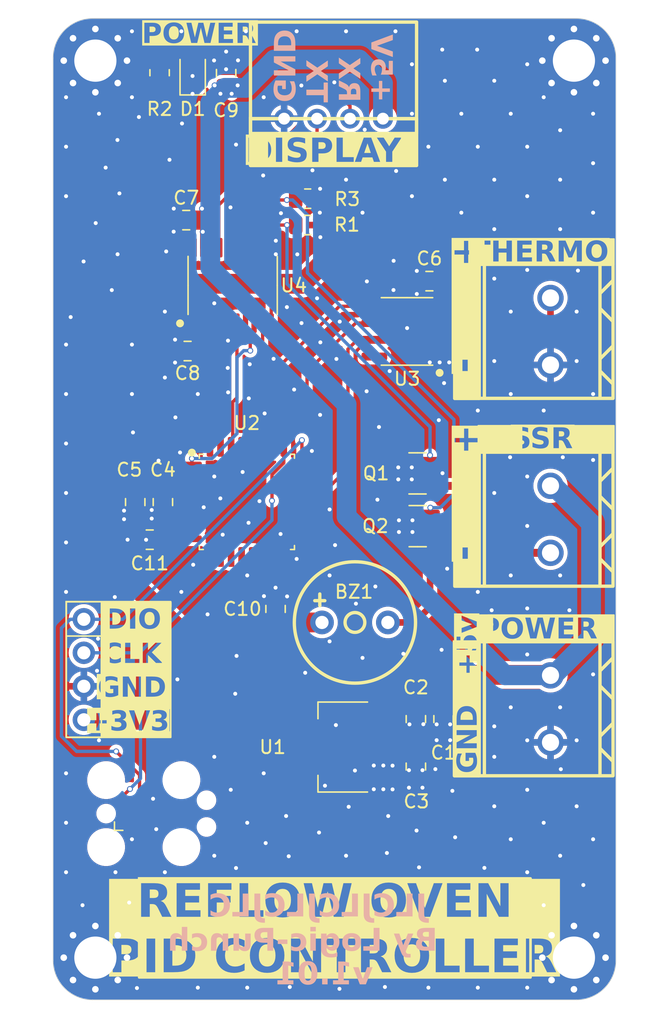
<source format=kicad_pcb>
(kicad_pcb (version 20240108) (generator "pcbnew") (generator_version "8.0")
  (title_block (title "Reflow Oven PID Controller") (date "2024-06-20") (rev "v1.00") (company "By Logic-Punch"))
  (layers (0 "F.Cu" signal) (1 "In1.Cu" signal) (2 "In2.Cu" signal) (31 "B.Cu" signal) (34 "B.Paste" user) (35 "F.Paste" user) (36 "B.SilkS" user "B.Silkscreen") (37 "F.SilkS" user "F.Silkscreen") (38 "B.Mask" user) (39 "F.Mask" user) (44 "Edge.Cuts" user))
  (net 0 "")
  (net 1 "+5V")
  (net 2 "GND")
  (net 13 "SPI1_SCK")
  (net 14 "SPI1_MISO")
  (net 25 "+3.3V")
  (net 26 "SW CLK")
  (net 28 "SW DIO")
  (net 32 "/T+")
  (net 36 "USART1_RX_3v3")
  (net 37 "USART1_TX_3v3")
  (net 38 "USART1_TX_5v")
  (net 39 "USART1_RX_5v")
  (net 42 "Net-(J6-Pin_1)")
  (net 45 "PWM_5v")
  (net 46 "Net-(D1-A)")
  (net 47 "unconnected-(U4-B4-Pad16)")
  (net 48 "unconnected-(U4-A4-Pad5)")
  (net 49 "PWM_3v3")
  (net 50 "Net-(BZ1--)")
  (net 51 "BUZ_5v")
  (net 52 "BUZ_3v3")
  (net 53 "SPI1_CS")
  (net 54 "Net-(U2-NRST)")
  (footprint "MountingHole:MountingHole_3.2mm_M3_Pad_Via" (layer "F.Cu") (at 127.175 136.685)
    (property "Reference" "H2" (hide yes))
    (property "Value" "MountingHole_Pad")
  )
  (footprint "_custom:BUZ-TH_BD9.0-P5.00-D0.6-FD" (layer "F.Cu") (at 146.875 111.275)
    (property "Reference" "BZ1")
    (property "Value" "3kHz - 85dB")
  )
  (footprint "Package_SO:TSSOP-20_4.4x6.5mm_P0.65mm" (layer "F.Cu") (at 137.595 85.725 90)
    (property "Reference" "U4")
    (property "Value" "8 Channel - Bi-Directional")
  )
  (footprint "Resistor_SMD:R_0805_2012Metric" (layer "F.Cu") (at 143.29 79.15)
    (property "Reference" "R3")
    (property "Value" "47kΩ")
  )
  (footprint "Capacitor_SMD:C_0805_2012Metric" (layer "F.Cu") (at 153.6 118.6 -90)
    (property "Reference" "C1")
    (property "Value" "4.7uF")
  )
  (footprint "Connector:Tag-Connect_TC2050-IDC-FP_2x05_P1.27mm_Vertical" (layer "F.Cu") (at 131.8 125.765)
    (property "Reference" "J3" (hide yes))
    (property "Value" "~")
  )
  (footprint "Resistor_SMD:R_0805_2012Metric" (layer "F.Cu") (at 132.05 69.6 -90)
    (property "Reference" "R2")
    (property "Value" "470Ω")
  )
  (footprint "Capacitor_SMD:C_0805_2012Metric" (layer "F.Cu") (at 131.3 105 180)
    (property "Reference" "C11")
    (property "Value" "100nF")
  )
  (footprint "Capacitor_SMD:C_0805_2012Metric" (layer "F.Cu") (at 134.17432 90.7 180)
    (property "Reference" "C8")
    (property "Value" "100nF")
  )
  (footprint "Connector_PinHeader_2.54mm:PinHeader_1x04_P2.54mm_Vertical" (layer "F.Cu") (at 126.3 111.035)
    (property "Reference" "J4" (hide yes))
    (property "Value" "1x4P - 2.54mm")
  )
  (footprint "MountingHole:MountingHole_3.2mm_M3_Pad_Via" (layer "F.Cu") (at 163.495 136.685)
    (property "Reference" "H3" (hide yes))
    (property "Value" "MountingHole_Pad")
  )
  (footprint "Package_TO_SOT_SMD:SOT-223-3_TabPin2" (layer "F.Cu") (at 145.979322 120.719785 180)
    (property "Reference" "U1")
    (property "Value" "3.3v - 500mA")
  )
  (footprint "Capacitor_SMD:C_0805_2012Metric" (layer "F.Cu") (at 152.525 85.4 180)
    (property "Reference" "C6")
    (property "Value" "100nF")
  )
  (footprint "_custom:CONN-TH_2P-P5.00_WJ500V-5.08-2P" (layer "F.Cu") (at 161.9415 117.81775 90)
    (property "Reference" "J1" (hide yes))
    (property "Value" "1x2P - 5.08mm")
  )
  (footprint "Capacitor_SMD:C_0805_2012Metric" (layer "F.Cu") (at 140.85 110.25 90)
    (property "Reference" "C10")
    (property "Value" "100nF")
  )
  (footprint "Package_SO:SOIC-8_3.9x4.9mm_P1.27mm" (layer "F.Cu") (at 150.825 89.2125 180)
    (property "Reference" "U3")
    (property "Value" "1 Channel")
  )
  (footprint "Package_QFP:LQFP-32_7x7mm_P0.8mm" (layer "F.Cu") (at 138.675 102.135)
    (property "Reference" "U2")
    (property "Value" "32KB - ARM-M0")
  )
  (footprint "LED_SMD:LED_0805_2012Metric" (layer "F.Cu") (at 134.56 69.6 90)
    (property "Reference" "D1")
    (property "Value" "LED")
  )
  (footprint "Capacitor_SMD:C_0805_2012Metric" (layer "F.Cu") (at 151.5 122.2 -90)
    (property "Reference" "C3")
    (property "Value" "4.7uF")
  )
  (footprint "MountingHole:MountingHole_3.2mm_M3_Pad_Via" (layer "F.Cu") (at 163.495 68.685)
    (property "Reference" "H4" (hide yes))
    (property "Value" "MountingHole_Pad")
  )
  (footprint "MountingHole:MountingHole_3.2mm_M3_Pad_Via" (layer "F.Cu") (at 127.175 68.685)
    (property "Reference" "H1" (hide yes))
    (property "Value" "MountingHole_Pad")
  )
  (footprint "_custom:CONN-TH_2P-P5.00_WJ500V-5.08-2P" (layer "F.Cu") (at 161.9415 103.446881 90)
    (property "Reference" "J6" (hide yes))
    (property "Value" "1x2P - 5.08mm")
  )
  (footprint "Capacitor_SMD:C_0805_2012Metric" (layer "F.Cu") (at 132.3 102.15 -90)
    (property "Reference" "C4")
    (property "Value" "100nF")
  )
  (footprint "Resistor_SMD:R_0805_2012Metric" (layer "F.Cu") (at 143.29 81.15)
    (property "Reference" "R1")
    (property "Value" "47kΩ")
  )
  (footprint "Capacitor_SMD:C_0805_2012Metric" (layer "F.Cu") (at 134.070302 80.775 180)
    (property "Reference" "C7")
    (property "Value" "100nF")
  )
  (footprint "Package_TO_SOT_SMD:SOT-23" (layer "F.Cu") (at 151.6375 103.975 180)
    (property "Reference" "Q2")
    (property "Value" "60V - 300mA")
  )
  (footprint "_custom:CONN-TH_4P-P2.50_ZX-XH2.54-4PWZ" (layer "F.Cu") (at 145.25 73.0835 180)
    (property "Reference" "J5" (hide yes))
    (property "Value" "1x4P - Right-Angle")
  )
  (footprint "Capacitor_SMD:C_0805_2012Metric" (layer "F.Cu") (at 137.1 69.62 90)
    (property "Reference" "C9")
    (property "Value" "4.7uF")
  )
  (footprint "Capacitor_SMD:C_0805_2012Metric" (layer "F.Cu") (at 130.2 102.15 -90)
    (property "Reference" "C5")
    (property "Value" "4.7uF")
  )
  (footprint "Package_TO_SOT_SMD:SOT-23" (layer "F.Cu") (at 151.625 99.975 180)
    (property "Reference" "Q1")
    (property "Value" "60V - 300mA")
  )
  (footprint "_custom:CONN-TH_2P-P5.00_WJ500V-5.08-2P" (layer "F.Cu") (at 161.9415 89.2075 90)
    (property "Reference" "J2" (hide yes))
    (property "Value" "1x2P - 5.08mm")
  )
  (footprint "Capacitor_SMD:C_0805_2012Metric" (layer "F.Cu") (at 151.5 118.6 -90)
    (property "Reference" "C2")
    (property "Value" "100nF")
  )
  (gr_circle (center 134.5 98.4) (end 134.75 98.4) (stroke (width 0.1)) (fill solid) (layer "F.SilkS"))
  (gr_rect (start 154.586704 106.687125) (end 156.304 108.500881) (stroke (width 0.1)) (fill solid) (layer "F.SilkS"))
  (gr_rect (start 132.275216 109.760765) (end 132.869638 115.323265) (stroke (width 0.1)) (fill solid) (layer "F.SilkS"))
  (gr_rect (start 127.7 117.0375) (end 132.794422 117.8) (stroke (width 0.1)) (fill solid) (layer "F.SilkS"))
  (gr_rect (start 154.421262 112.752708) (end 156.273452 122.9044) (stroke (width 0.25)) (fill none) (layer "F.SilkS"))
  (gr_rect (start 127.6746 115.2746) (end 127.9 117) (stroke (width 0.1)) (fill solid) (layer "F.SilkS"))
  (gr_rect (start 154.492683 84.203381) (end 156.209979 85.967137) (stroke (width 0.1)) (fill solid) (layer "F.SilkS"))
  (gr_rect (start 166.156053 82.199814) (end 166.543349 84.118927) (stroke (width 0.1)) (fill solid) (layer "F.SilkS"))
  (gr_rect (start 154.491352 112.8) (end 156.208648 113.2254) (stroke (width 0.1)) (fill solid) (layer "F.SilkS"))
  (gr_rect (start 154.5 98.436244) (end 156.217296 100.2) (stroke (width 0.1)) (fill solid) (layer "F.SilkS"))
  (gr_rect (start 156.225425 82.199786) (end 156.662721 84.122146) (stroke (width 0.1)) (fill solid) (layer "F.SilkS"))
  (gr_rect (start 138.947 73.0835) (end 151.553 76.635) (stroke (width 0.255)) (fill none) (layer "F.SilkS"))
  (gr_rect (start 139.06015 74.245763) (end 140.23515 76.520763) (stroke (width 0.1)) (fill solid) (layer "F.SilkS"))
  (gr_rect (start 127.752789 114.5) (end 132.847211 115.2254) (stroke (width 0.1)) (fill solid) (layer "F.SilkS"))
  (gr_rect (start 156.224816 110.711212) (end 157.312112 112.732638) (stroke (width 0.1)) (fill solid) (layer "F.SilkS"))
  (gr_rect (start 163.524204 96.354551) (end 166.5415 98.418307) (stroke (width 0.1)) (fill solid) (layer "F.SilkS"))
  (gr_rect (start 127.817277 109.773274) (end 132.911699 110.098674) (stroke (width 0.1)) (fill solid) (layer "F.SilkS"))
  (gr_rect (start 156.22902 96.352401) (end 159.531316 98.419519) (stroke (width 0.1)) (fill solid) (layer "F.SilkS"))
  (gr_rect (start 165.375 110.71) (end 166.537296 112.706426) (stroke (width 0.1)) (fill solid) (layer "F.SilkS"))
  (gr_rect (start 154.45 98.377003) (end 156.30219 108.528695) (stroke (width 0.25)) (fill none) (layer "F.SilkS"))
  (gr_rect (start 154.442683 84.14414) (end 156.294873 94.295832) (stroke (width 0.25)) (fill none) (layer "F.SilkS"))
  (gr_rect (start 138.947 73.0835) (end 151.553 74.21) (stroke (width 0.255)) (fill none) (layer "F.SilkS"))
  (gr_rect (start 150.417965 74.23923) (end 151.592965 76.51423) (stroke (width 0.1)) (fill solid) (layer "F.SilkS"))
  (gr_rect (start 154.579387 92.454262) (end 156.296683 94.268018) (stroke (width 0.1)) (fill solid) (layer "F.SilkS"))
  (gr_rect (start 127.752789 111.9) (end 132.847211 112.6254) (stroke (width 0.1)) (fill solid) (layer "F.SilkS"))
  (gr_rect (start 124.960671 109.702926) (end 132.89133 119.980409) (stroke (width 0.13)) (fill none) (layer "F.SilkS"))
  (gr_rect (start 156.962915 110.709212) (end 165.4725 112.73775) (stroke (width 0.1)) (fill none) (layer "F.SilkS"))
  (gr_rect (start 127.625 109.7375) (end 128.219422 115.3) (stroke (width 0.1)) (fill solid) (layer "F.SilkS"))
  (gr_rect (start 132.652789 115.3) (end 132.878189 117.0254) (stroke (width 0.1)) (fill solid) (layer "F.SilkS"))
  (gr_circle (center 133.6 88.6) (end 133.85 88.6) (stroke (width 0.1)) (fill solid) (layer "F.SilkS"))
  (gr_rect (start 127.7 119.5746) (end 132.794422 119.9) (stroke (width 0.1)) (fill solid) (layer "F.SilkS"))
  (gr_rect (start 130.5 130.68) (end 160.2 138.18) (stroke (width 0.2)) (fill none) (layer "F.SilkS"))
  (gr_circle (center 153.3 92.35) (end 153.55 92.35) (stroke (width 0.1)) (fill solid) (layer "F.SilkS"))
  (gr_arc (start 166.685 136.885) (mid 165.80632 139.00632) (end 163.685 139.885) (stroke (width 0.05)) (layer "Edge.Cuts"))
  (gr_line (start 166.685 68.485) (end 166.685 136.885) (stroke (width 0.05)) (layer "Edge.Cuts"))
  (gr_line (start 163.685 139.885) (end 126.965 139.885) (stroke (width 0.05)) (layer "Edge.Cuts"))
  (gr_line (start 123.965 136.885) (end 123.965 68.485) (stroke (width 0.05)) (layer "Edge.Cuts"))
  (gr_arc (start 123.965 68.485) (mid 124.84368 66.36368) (end 126.965 65.485) (stroke (width 0.05)) (layer "Edge.Cuts"))
  (gr_arc (start 163.685 65.485) (mid 165.80632 66.36368) (end 166.685 68.485) (stroke (width 0.05)) (layer "Edge.Cuts"))
  (gr_arc (start 126.965 139.885) (mid 124.84368 139.00632) (end 123.965 136.885) (stroke (width 0.05)) (layer "Edge.Cuts"))
  (gr_line (start 126.965 65.485) (end 163.685 65.485) (stroke (width 0.05)) (layer "Edge.Cuts"))
  (gr_text "v1.01" (at 148.25 139 0) (layer "B.SilkS") (effects (font (size 1.7 1.7) (thickness 0.2) (bold yes)) (justify left bottom mirror)))
  (gr_text "JLCJLCJLCJLC" (at 152.35 133.85 0) (layer "B.SilkS") (effects (font (size 1.7 1.7) (thickness 0.2) (bold yes)) (justify left bottom mirror)))
  (gr_text "By Logic-Punch" (at 153.15 136.45 0) (layer "B.SilkS") (effects (font (size 1.7 1.7) (thickness 0.2) (bold yes)) (justify left bottom mirror)))
  (gr_text "TX" (at 142.915821 71.859033 270) (layer "B.SilkS") (effects (font (size 1.6 1.6) (thickness 0.32) (bold yes)) (justify left bottom mirror)))
  (gr_text "RX" (at 145.381642 71.859033 270) (layer "B.SilkS") (effects (font (size 1.6 1.6) (thickness 0.32) (bold yes)) (justify left bottom mirror)))
  (gr_text "+5V" (at 147.847463 71.859033 270) (layer "B.SilkS") (effects (font (size 1.6 1.6) (thickness 0.32) (bold yes)) (justify left bottom mirror)))
  (gr_text "GND" (at 140.45 71.859033 -90) (layer "B.SilkS") (effects (font (size 1.6 1.6) (thickness 0.32) (bold yes)) (justify left bottom mirror)))
  (gr_text "SSR" (at 163.415 98.325 0) (layer "F.SilkS" knockout) (effects (font (size 1.55 1.55) (thickness 0.24) (bold yes)) (justify right bottom)))
  (gr_text "REFLOW OVEN \nPID CONTROLLER" (at 145.2 138.215 0) (layer "F.SilkS" knockout) (effects (font (size 2.5 2.5) (thickness 0.3) (bold yes)) (justify bottom)))
  (gr_text "GND" (at 132.565527 117.159346 -0) (layer "F.SilkS" knockout) (effects (font (size 1.5 1.5) (thickness 0.24) (bold yes)) (justify right bottom)))
  (gr_text "POWER" (at 165.282847 112.75 0) (layer "F.SilkS" knockout) (effects (font (size 1.55 1.55) (thickness 0.24) (bold yes)) (justify right bottom)))
  (gr_text "CLK" (at 132.20649 114.6 -0) (layer "F.SilkS" knockout) (effects (font (size 1.5 1.5) (thickness 0.24) (bold yes)) (justify right bottom)))
  (gr_text "DIO" (at 132.181577 112 -0) (layer "F.SilkS" knockout) (effects (font (size 1.5 1.5) (thickness 0.24) (bold yes)) (justify right bottom)))
  (gr_text "-       +" (at 154.092683 92.367137 270) (layer "F.SilkS" knockout) (effects (font (size 2 2) (thickness 0.32) (bold yes)) (justify left bottom mirror)))
  (gr_text "DISPLAY" (at 150.385 76.665 0) (layer "F.SilkS" knockout) (effects (font (size 1.8 1.8) (thickness 0.24) (bold yes)) (justify right bottom)))
  (gr_text "POWER" (at 130.7 67.6 0) (layer "F.SilkS" knockout) (effects (font (size 1.5 1.5) (thickness 0.3) (bold yes)) (justify left bottom)))
  (gr_text "+3V3" (at 132.8 119.721653 -0) (layer "F.SilkS" knockout) (effects (font (size 1.5 1.5) (thickness 0.24) (bold yes)) (justify right bottom)))
  (gr_text "-       +" (at 154.1 106.6 270) (layer "F.SilkS" knockout) (effects (font (size 2 2) (thickness 0.32) (bold yes)) (justify left bottom mirror)))
  (gr_text "THERMO" (at 166.1415 84.1725 0) (layer "F.SilkS" knockout) (effects (font (size 1.55 1.55) (thickness 0.24) (bold yes)) (justify right bottom)))
  (gr_text "GND   +5v" (at 156.375 122.725 90) (layer "F.SilkS" knockout) (effects (font (size 1.5 1.5) (thickness 0.32) (bold yes)) (justify left bottom)))
  (segment (start 161.91375 115.25) (end 155.874107 115.25) (width 1.5) (layer "F.Cu") (net 1))
  (segment (start 161.9415 115.27775) (end 161.91375 115.25) (width 1.5) (layer "F.Cu") (net 1))
  (segment (start 153.379322 117.744785) (end 153.191822 117.932285) (width 0.5) (layer "F.Cu") (net 1))
  (segment (start 135.32 82.8625) (end 135.32 81.1125) (width 0.4) (layer "F.Cu") (net 1))
  (segment (start 149.616822 117.932285) (end 149.129322 118.419785) (width 0.5) (layer "F.Cu") (net 1))
  (segment (start 153.191822 117.932285) (end 149.616822 117.932285) (width 0.5) (layer "F.Cu") (net 1))
  (segment (start 155.874107 115.25) (end 153.632681 117.491426) (width 1.5) (layer "F.Cu") (net 1))
  (segment (start 153.632681 117.491426) (end 148.807276 117.491426) (width 1.5) (layer "F.Cu") (net 1))
  (via (at 135.266157 79.905515) (size 0.45) (drill 0.3) (layers "F.Cu" "B.Cu") (net 1))
  (via (at 137.517295 71.194705) (size 0.45) (drill 0.3) (layers "F.Cu" "B.Cu") (net 1))
  (via (at 137.972777 70.560964) (size 0.45) (drill 0.3) (layers "F.Cu" "B.Cu") (net 1))
  (via (at 135.326804 81.661501) (size 0.45) (drill 0.3) (layers "F.Cu" "B.Cu") (net 1))
  (via (at 136.667582 71.194705) (size 0.45) (drill 0.3) (layers "F.Cu" "B.Cu") (net 1))
  (via (at 136.224012 70.560964) (size 0.45) (drill 0.3) (layers "F.Cu" "B.Cu") (net 1))
  (segment (start 146.24 103.24) (end 158.27775 115.27775) (width 1.5) (layer "B.Cu") (net 1))
  (segment (start 135.9 84.4) (end 146.24 94.74) (width 1.5) (layer "B.Cu") (net 1))
  (segment (start 138.6 70.75) (end 137 70.75) (width 1.5) (layer "B.Cu") (net 1))
  (segment (start 137 70.75) (end 135.9 71.85) (width 1.5) (layer "B.Cu") (net 1))
  (segment (start 146.24 94.74) (end 146.24 103.24) (width 1.5) (layer "B.Cu") (net 1))
  (segment (start 158.27775 115.27775) (end 161.9415 115.27775) (width 1.5) (layer "B.Cu") (net 1))
  (segment (start 164.795 103.755) (end 164.789619 103.755) (width 1.5) (layer "B.Cu") (net 1))
  (segment (start 135.9 71.85) (end 135.9 84.4) (width 1.5) (layer "B.Cu") (net 1))
  (segment (start 140.75 68.6) (end 138.6 70.75) (width 1.5) (layer "B.Cu") (net 1))
  (segment (start 161.9415 115.27775) (end 164.795 112.42425) (width 1.5) (layer "B.Cu") (net 1))
  (segment (start 147.2 68.6) (end 140.75 68.6) (width 1.5) (layer "B.Cu") (net 1))
  (segment (start 149 70.4) (end 147.2 68.6) (width 1.5) (layer "B.Cu") (net 1))
  (segment (start 164.789619 103.755) (end 161.9515 100.916881) (width 1.5) (layer "B.Cu") (net 1))
  (segment (start 164.795 112.42425) (end 164.795 103.755) (width 1.5) (layer "B.Cu") (net 1))
  (segment (start 149 73.0835) (end 149 70.4) (width 1.5) (layer "B.Cu") (net 1))
  (segment (start 130.2 103.1) (end 132.3 103.1) (width 0.5) (layer "F.Cu") (net 2))
  (segment (start 131.8 125.13) (end 131.8 126.4) (width 0.6) (layer "F.Cu") (net 2))
  (segment (start 153.3 91.1175) (end 153.3 89.8475) (width 0.5) (layer "F.Cu") (net 2))
  (segment (start 153.3 89.8475) (end 153.425 89.7225) (width 0.5) (layer "F.Cu") (net 2))
  (segment (start 153.425 89.7225) (end 161.7165 89.7225) (width 0.5) (layer "F.Cu") (net 2))
  (segment (start 161.7165 89.7225) (end 161.7165 91.5225) (width 0.5) (layer "F.Cu") (net 2))
  (via (at 137.85 75.05) (size 0.45) (drill 0.3) (layers "F.Cu" "B.Cu") (net 2))
  (via (at 158.7 93.96) (size 0.45) (drill 0.3) (layers "F.Cu" "B.Cu") (net 2))
  (via (at 161.2 126.46) (size 0.45) (drill 0.3) (layers "F.Cu" "B.Cu") (net 2))
  (via (at 132.55 83.15) (size 0.45) (drill 0.3) (layers "F.Cu" "B.Cu") (net 2))
  (via (at 131.45 102.751357) (size 0.45) (drill 0.3) (layers "F.Cu" "B.Cu") (net 2))
  (via (at 137.25 93.83) (size 0.45) (drill 0.3) (layers "F.Cu" "B.Cu") (net 2))
  (via (at 144.95 112.71) (size 0.45) (drill 0.3) (layers "F.Cu" "B.Cu") (net 2))
  (via (at 163.15 110.35) (size 0.45) (drill 0.3) (layers "F.Cu" "B.Cu") (net 2))
  (via (at 124.95 97.71) (size 0.45) (drill 0.3) (layers "F.Cu" "B.Cu") (net 2))
  (via (at 158.7 127.71) (size 0.45) (drill 0.3) (layers "F.Cu" "B.Cu") (net 2))
  (via (at 136.2 100.21) (size 0.45) (drill 0.3) (layers "F.Cu" "B.Cu") (net 2))
  (via (at 148.304322 123.919785) (size 0.45) (drill 0.3) (layers "F.Cu" "B.Cu") (net 2))
  (via (at 159.95 103.96) (size 0.45) (drill 0.3) (layers "F.Cu" "B.Cu") (net 2))
  (via (at 132.45 130.21) (size 0.45) (drill 0.3) (layers "F.Cu" "B.Cu") (net 2))
  (via (at 153.5 67.85) (size 0.45) (drill 0.3) (layers "F.Cu" "B.Cu") (net 2))
  (via (at 162.5 122.4) (size 0.45) (drill 0.3) (layers "F.Cu" "B.Cu") (net 2))
  (via (at 124.95 90.21) (size 0.45) (drill 0.3) (layers "F.Cu" "B.Cu") (net 2))
  (via (at 124.95 78.96) (size 0.45) (drill 0.3) (layers "F.Cu" "B.Cu") (net 2))
  (via (at 159.95 123.96) (size 0.45) (drill 0.3) (layers "F.Cu" "B.Cu") (net 2))
  (via (at 138.8 103.72) (size 0.45) (drill 0.3) (layers "F.Cu" "B.Cu") (net 2))
  (via (at 124.95 75.21) (size 0.45) (drill 0.3) (layers "F.Cu" "B.Cu") (net 2))
  (via (at 124.95 101.46) (size 0.45) (drill 0.3) (layers "F.Cu" "B.Cu") (net 2))
  (via (at 144 86.7) (size 0.45) (drill 0.3) (layers "F.Cu" "B.Cu") (net 2))
  (via (at 158.7 117.71) (size 0.45) (drill 0.3) (layers "F.Cu" "B.Cu") (net 2))
  (via (at 151.24 103.53) (size 0.45) (drill 0.3) (layers "F.Cu" "B.Cu") (net 2))
  (via (at 130.33 138.99) (size 0.45) (drill 0.3) (layers "F.Cu" "B.Cu") (net 2))
  (via (at 144.25 90.04) (size 0.45) (drill 0.3) (layers "F.Cu" "B.Cu") (net 2))
  (via (at 154.95 80.21) (size 0.45) (drill 0.3) (layers "F.Cu" "B.Cu") (net 2))
  (via (at 129.95 93.96) (size 0.45) (drill 0.3) (layers "F.Cu" "B.Cu") (net 2))
  (via (at 138.35 99.87) (size 0.45) (drill 0.3) (layers "F.Cu" "B.Cu") (net 2))
  (via (at 144.25 82.07) (size 0.45) (drill 0.3) (layers "F.Cu" "B.Cu") (net 2))
  (via (at 159.95 84.55) (size 0.45) (drill 0.3) (layers "F.Cu" "B.Cu") (net 2))
  (via (at 151.2 78.96) (size 0.45) (drill 0.3) (layers "F.Cu" "B.Cu") (net 2))
  (via (at 140.87 83.3625) (size 0.45) (drill 0.3) (layers "F.Cu" "B.Cu") (net 2))
  (via (at 150.55 113.65) (size 0.45) (drill 0.3) (layers "F.Cu" "B.Cu") (net 2))
  (via (at 141.26 80.25) (size 0.45) (drill 0.3) (layers "F.Cu" "B.Cu") (net 2))
  (via (at 162.65 98.75) (size 0.45) (drill 0.3) (layers "F.Cu" "B.Cu") (net 2))
  (via (at 164.95 98.96) (size 0.45) (drill 0.3) (layers "F.Cu" "B.Cu") (net 2))
  (via (at 151.2 72.71) (size 0.45) (drill 0.3) (layers "F.Cu" "B.Cu") (net 2))
  (via (at 151.5694 86.372734) (size 0.45) (drill 0.3) (layers "F.Cu" "B.Cu") (net 2))
  (via (at 134.6 106.9) (size 0.45) (drill 0.3) (layers "F.Cu" "B.Cu") (net 2))
  (via (at 150.1625 99.52) (size 0.45) (drill 0.3) (layers "F.Cu" "B.Cu") (net 2))
  (via (at 164.95 80.21) (size 0.45) (drill 0.3) (layers "F.Cu" "B.Cu") (net 2))
  (via (at 153.45 113.35) (size 0.45) (drill 0.3) (layers "F.Cu" "B.Cu") (net 2))
  (via (at 139.95 71.46) (size 0.45) (drill 0.3) (layers "F.Cu" "B.Cu") (net 2))
  (via (at 145.47 91.3) (size 0.45) (drill 0.3) (layers "F.Cu" "B.Cu") (net 2))
  (via (at 140.849902 108.63717) (size 0.45) (drill 0.3) (layers "F.Cu" "B.Cu") (net 2))
  (via (at 133.12424 79.902758) (size 0.45) (drill 0.3) (layers "F.Cu" "B.Cu") (net 2))
  (via (at 146.4 125.25) (size 0.45) (drill 0.3) (layers "F.Cu" "B.Cu") (net 2))
  (via (at 145.7 139.05) (size 0.45) (drill 0.3) (layers "F.Cu" "B.Cu") (net 2))
  (via (at 148.7 96.46) (size 0.45) (drill 0.3) (layers "F.Cu" "B.Cu") (net 2))
  (via (at 153.24 95.94) (size 0.45) (drill 0.3) (layers "F.Cu" "B.Cu") (net 2))
  (via (at 162.45 117.71) (size 0.45) (drill 0.3) (layers "F.Cu" "B.Cu") (net 2))
  (via (at 149.81 83.86) (size 0.45) (drill 0.3) (layers "F.Cu" "B.Cu") (net 2))
  (via (at 157.45 121.46) (size 0.45) (drill 0.3) (layers "F.Cu" "B.Cu") (net 2))
  (via (at 146.875 122.5) (size 0.45) (drill 0.3) (layers "F.Cu" "B.Cu") (net 2))
  (via (at 142.82 88.58) (size 0.45) (drill 0.3) (layers "F.Cu" "B.Cu") (net 2))
  (via (at 157.45 81.46) (size 0.45) (drill 0.3) (layers "F.Cu" "B.Cu") (net 2))
  (via (at 163.7 91.46) (size 0.45) (drill 0.3) (layers "F.Cu" "B.Cu") (net 2))
  (via (at 136.2 87.08) (size 0.45) (drill 0.3) (layers "F.Cu" "B.Cu") (net 2))
  (via (at 137.1 68) (size 0.45) (drill 0.3) (layers "F.Cu" "B.Cu") (net 2))
  (via (at 131.45 103.4) (size 0.45) (drill 0.3) (layers "F.Cu" "B.Cu") (net 2))
  (via (at 144.6 123.65) (size 0.45) (drill 0.3) (layers "F.Cu" "B.Cu") (net 2))
  (via (at 139.63 102.08) (size 0.45) (drill 0.3) (layers "F.Cu" "B.Cu") (net 2))
  (via (at 164.95 93.96) (size 0.45) (drill 0.3) (layers "F.Cu" "B.Cu") (net 2))
  (via (at 144.95 102.71) (size 0.45) (drill 0.3) (layers "F.Cu" "B.Cu") (net 2))
  (via (at 150.215 103.53) (size 0.45) (drill 0.3) (layers "F.Cu" "B.Cu") (net 2))
  (via (at 158.7 107.71) (size 0.45) (drill 0.3) (layers "F.Cu" "B.Cu") (net 2))
  (via (at 139.97 109.28) (size 0.45) (drill 0.3) (layers "F.Cu" "B.Cu") (net 2))
  (via (at 164.95 72.71) (size 0.45) (drill 0.3) (layers "F.Cu" "B.Cu") (net 2))
  (via (at 141.71 87.37) (size 0.45) (drill 0.3) (layers "F.Cu" "B.Cu") (net 2))
  (via (at 149.51 92.22) (size 0.45) (drill 0.3) (layers "F.Cu" "B.Cu") (net 2))
  (via (at 137.43 79.81) (size 0.45) (drill 0.3) (layers "F.Cu" "B.Cu") (net 2))
  (via (at 129.351243 102.799488) (size 0.45) (drill 0.3) (layers "F.Cu" "B.Cu") (net 2))
  (via (at 128.42 86.08) (size 0.45) (drill 0.3) (layers "F.Cu" "B.Cu") (net 2))
  (via (at 128.860195 83.362103) (size 0.45) (drill 0.3) (layers "F.Cu" "B.Cu") (net 2))
  (via (at 129.618629 105) (size 0.45) (drill 0.3) (layers "F.Cu" "B.Cu") (net 2))
  (via (at 139.95 122.71) (size 0.45) (drill 0.3) (layers "F.Cu" "B.Cu") (net 2))
  (via (at 138.6 66.46) (size 0.45) (drill 0.3) (layers "F.Cu" "B.Cu") (net 2))
  (via (at 157.45 85.21) (size 0.45) (drill 0.3) (layers "F.Cu" "B.Cu") (net 2))
  (via (at 156.2 95.21) (size 0.45) (drill 0.3) (layers "F.Cu" "B.Cu") (net 2))
  (via (at 146.95 109.85) (size 0.45) (drill 0.3) (layers "F.Cu" "B.Cu") (net 2))
  (via (at 159.95 120.21) (size 0.45) (drill 0.3) (layers "F.Cu" "B.Cu") (net 2))
  (via (at 154.95 72.71) (size 0.45) (drill 0.3) (layers "F.Cu" "B.Cu") (net 2))
  (via (at 134.95 93.96) (size 0.45) (drill 0.3) (layers "F.Cu" "B.Cu") (net 2))
  (via (at 125.3 88.125) (size 0.45) (drill 0.3) (layers "F.Cu" "B.Cu") (net 2))
  (via (at 151.24 104.42) (size 0.45) (drill 0.3) (layers "F.Cu" "B.Cu") (net 2))
  (via (at 157.45 70.21) (size 0.45) (drill 0.3) (layers "F.Cu" "B.Cu") (net 2))
  (via (at 140.1 128) (size 0.45) (drill 0.3) (layers "F.Cu" "B.Cu") (net 2))
  (via (at 149.3 128.75) (size 0.45) (drill 0.3) (layers "F.Cu" "B.Cu") (net 2))
  (via (at 148.304322 122.119785) (size 0.45) (drill 0.3) (layers "F.Cu" "B.Cu") (net 2))
  (via (at 164.21 131.18) (size 0.45) (drill 0.3) (layers "F.Cu" "B.Cu") (net 2))
  (via (at 131.024768 105.008223) (size 0.45) (drill 0.3) (layers "F.Cu" "B.Cu") (net 2))
  (via (at 137.24 89.91) (size 0.45) (drill 0.3) (layers "F.Cu" "B.Cu") (net 2))
  (via (at 151.5694 84.62613) (size 0.45) (drill 0.3) (layers "F.Cu" "B.Cu") (net 2))
  (via (at 137.096029 69.337425) (size 0.45) (drill 0.3) (layers "F.Cu" "B.Cu") (net 2))
  (via (at 124.95 122.71) (size 0.45) (drill 0.3) (layers "F.Cu" "B.Cu") (net 2))
  (via (at 159.95 68.96) (size 0.45) (drill 0.3) (layers "F.Cu" "B.Cu") (net 2))
  (via (at 159.95 78.96) (size 0.45) (drill 0.3) (layers "F.Cu" "B.Cu") (net 2))
  (via (at 133.75 73.45) (size 0.45) (drill 0.3) (layers "F.Cu" "B.Cu") (net 2))
  (via (at 126.28 83.91) (size 0.45) (drill 0.3) (layers "F.Cu" "B.Cu") (net 2))
  (via (at 158.7 87.71) (size 0.45) (drill 0.3) (layers "F.Cu" "B.Cu") (net 2))
  (via (at 128.65 109.35) (size 0.45) (drill 0.3) (layers "F.Cu" "B.Cu") (net 2))
  (via (at 130.03 96.87) (size 0.45) (drill 0.3) (layers "F.Cu" "B.Cu") (net 2))
  (via (at 147.45 113.96) (size 0.45) (drill 0.3) (layers "F.Cu" "B.Cu") (net 2))
  (via (at 153.7 70.21) (size 0.45) (drill 0.3) (layers "F.Cu" "B.Cu") (net 2))
  (via (at 150.1625 100.43) (size 0.45) (drill 0.3) (layers "F.Cu" "B.Cu") (net 2))
  (via (at 142.5 83.37) (size 0.45) (drill 0.3) (layers "F.Cu" "B.Cu") (net 2))
  (via (at 124.95 105.21) (size 0.45) (drill 0.3) (layers "F.Cu" "B.Cu") (net 2))
  (via (at 140.02 95.43) (size 0.45) (drill 0.3) (layers "F.Cu" "B.Cu") (net 2))
  (via (at 127.954488 76.794603) (size 0.45) (drill 0.3) (layers "F.Cu" "B.Cu") (net 2))
  (via (at 147.616218 73.918548) (size 0.45) (drill 0.3) (layers "F.Cu" "B.Cu") (net 2))
  (via (at 133.11597 81.650474) (size 0.45) (drill 0.3) (layers "F.Cu" "B.Cu") (net 2))
  (via (at 133.222676 89.835474) (size 0.45) (drill 0.3) (layers "F.Cu" "B.Cu") (net 2))
  (via (at 137.85 129.89) (size 0.45) (drill 0.3) (layers "F.Cu" "B.Cu") (net 2))
  (via (at 163.7 120.21) (size 0.45) (drill 0.3) (layers "F.Cu" "B.Cu") (net 2))
  (via (at 148.425 108.55) (size 0.45) (drill 0.3) (layers "F.Cu" "B.Cu") (net 2))
  (via (at 138.000562 68.663137) (size 0.45) (drill 0.3) (layers "F.Cu" "B.Cu") (net 2))
  (via (at 142.45 106.46) (size 0.45) (drill 0.3) (layers "F.Cu" "B.Cu") (net 2))
  (via (at 134.95 138.96) (size 0.45) (drill 0.3) (layers "F.Cu" "B.Cu") (net 2))
  (via (at 133.7 108.96) (size 0.45) (drill 0.3) (layers "F.Cu" "B.Cu") (net 2))
  (via (at 162.45 128.96) (size 0.45) (drill 0.3) (layers "F.Cu" "B.Cu") (net 2))
  (via (at 147.78 85.42) (size 0.45) (drill 0.3) (layers "F.Cu" "B.Cu") (net 2))
  (via (at 129.95 66.46) (size 0.45) (drill 0.3) (layers "F.Cu" "B.Cu") (net 2))
  (via (at 152 123.8) (size 0.45) (drill 0.3) (layers "F.Cu" "B.Cu") (net 2))
  (via (at 157.45 101.46) (size 0.45) (drill 0.3) (layers "F.Cu" "B.Cu") (net 2))
  (via (at 150.215 104.42) (size 0.45) (drill 0.3) (layers "F.Cu" "B.Cu") (net 2))
  (via (at 129.95 90.21) (size 0.45) (drill 0.3) (layers "F.Cu" "B.Cu") (net 2))
  (via (at 145.72 88.47) (size 0.45) (drill 0.3) (layers "F.Cu" "B.Cu") (net 2))
  (via (at 141.85 129) (size 0.45) (drill 0.3) (layers "F.Cu" "B.Cu") (net 2))
  (via (at 151.74 129.84) (size 0.45) (drill 0.3) (layers "F.Cu" "B.Cu") (net 2))
  (via (at 129.95 71.46) (size 0.45) (drill 0.3) (layers "F.Cu" "B.Cu") (net 2))
  (via (at 154.27 124.04) (size 0.45) (drill 0.3) (layers "F.Cu" "B.Cu") (net 2))
  (via (at 146.2 66.46) (size 0.45) (drill 0.3) (layers "F.Cu" "B.Cu") (net 2))
  (via (at 146.2 77.71) (size 0.45) (drill 0.3) (layers "F.Cu" "B.Cu") (net 2))
  (via (at 136.2 121.46) (size 0.45) (drill 0.3) (layers "F.Cu" "B.Cu") (net 2))
  (via (at 157.25 110.35) (size 0.45) (drill 0.3) (layers "F.Cu" "B.Cu") (net 2))
  (via (at 131.97 99.01) (size 0.45) (drill 0.3) (layers "F.Cu" "B.Cu") (net 2))
  (via (at 154.1 120.2) (size 0.45) (drill 0.3) (layers "F.Cu" "B.Cu") (net 2))
  (via (at 124.95 93.96) (size 0.45) (drill 0.3) (layers "F.Cu" "B.Cu") (net 2))
  (via (at 144.23 78.4) (size 0.45) (drill 0.3) (layers "F.Cu" "B.Cu") (net 2))
  (via (at 139.91 77.39) (size 0.45) (drill 0.3) (layers "F.Cu" "B.Cu") (net 2))
  (via (at 149.029322 123.919785) (size 0.45) (drill 0.3) (layers "F.Cu" "B.Cu") (net 2))
  (via (at 143.1 115.09) (size 0.45) (drill 0.3) (layers "F.Cu" "B.Cu") (net 2))
  (via (at 124.95 71.46) (size 0.45) (drill 0.3) (layers "F.Cu" "B.Cu") (net 2))
  (via (at 129 78.75) (size 0.45) (drill 0.3) (layers "F.Cu" "B.Cu") (net 2))
  (via (at 132.45 92.71) (size 0.45) (drill 0.3) (layers "F.Cu" "B.Cu") (net 2))
  (via (at 163.8 84.6) (size 0.45) (drill 0.3) (layers "F.Cu" "B.Cu") (net 2))
  (via (at 163.7 87.71) (size 0.45) (drill 0.3) (layers "F.Cu" "B.Cu") (net 2))
  (via (at 124.95 130.21) (size 0.45) (drill 0.3) (layers "F.Cu" "B.Cu") (net 2))
  (via (at 151.1875 100.43) (size 0.45) (drill 0.3) (layers "F.Cu" "B.Cu") (net 2))
  (via (at 141.23 104.57) (size 0.45) (drill 0.3) (layers "F.Cu" "B.Cu") (net 2))
  (via (at 133.222676 91.573301) (size 0.45) (drill 0.3) (layers "F.Cu" "B.Cu") (net 2))
  (via (at 136.2 128.96) (size 0.45) (drill 0.3) (layers "F.Cu" "B.Cu") (net 2))
  (via (at 144.15 127.2) (size 0.45) (drill 0.3) (layers "F.Cu" "B.Cu") (net 2))
  (via (at 124.95 108.96) (size 0.45) (drill 0.3) (layers "F.Cu" "B.Cu") (net 2))
  (via (at 137.22 91.98) (size 0.45) (drill 0.3) (layers "F.Cu" "B.Cu") (net 2))
  (via (at 136.66 101.87) (size 0.45) (drill 0.3) (layers "F.Cu" "B.Cu") (net 2))
  (via (at 158.7 72.71) (size 0.45) (drill 0.3) (layers "F.Cu" "B.Cu") (net 2))
  (via (at 153.075 119) (size 0.45) (drill 0.3) (layers "F.Cu" "B.Cu") (net 2))
  (via (at 152.45 138.96) (size 0.45) (drill 0.3) (layers "F.Cu" "B.Cu") (net 2))
  (via (at 147.76 93.75) (size 0.45) (drill 0.3) (layers "F.Cu" "B.Cu") (net 2))
  (via (at 156.2 138.96) (size 0.45) (drill 0.3) (layers "F.Cu" "B.Cu") (net 2))
  (via (at 134.55 69.85) (size 0.45) (drill 0.3) (layers "F.Cu" "B.Cu") (net 2))
  (via (at 159.95 138.96) (size 0.45) (drill 0.3) (layers "F.Cu" "B.Cu") (net 2))
  (via (at 164.95 115.21) (size 0.45) (drill 0.3) (layers "F.Cu" "B.Cu") (net 2))
  (via (at 156.15 67.85) (size 0.45) (drill 0.3) (layers "F.Cu" "B.Cu") (net 2))
  (via (at 159.95 100.21) (size 0.45) (drill 0.3) (layers "F.Cu" "B.Cu") (net 2))
  (via (at 137.45 123.96) (size 0.45) (drill 0.3) (layers "F.Cu" "B.Cu") (net 2))
  (via (at 146.2 128.96) (size 0.45) (drill 0.3) (layers "F.Cu" "B.Cu") (net 2))
  (via (at 138.7 107.71) (size 0.45) (drill 0.3) (layers "F.Cu" "B.Cu") (net 2))
  (via (at 140.87 82.3375) (size 0.45) (drill 0.3) (layers "F.Cu" "B.Cu") (net 2))
  (via (at 152.554342 91.559844) (size 0.45) (drill 0.3) (layers "F.Cu" "B.Cu") (net 2))
  (via (at 137.89 113.81) (size 0.45) (drill 0.3) (layers "F.Cu" "B.Cu") (net 2))
  (via (at 135.396406 102.543162) (size 0.45) (drill 0.3) (layers "F.Cu" "B.Cu") (net 2))
  (via (at 153.875 107.2) (size 0.45) (drill 0.3) (layers "F.Cu" "B.Cu") (net 2))
  (via (at 127.45 120.21) (size 0.45) (drill 0.3) (layers "F.Cu" "B.Cu") (net 2))
  (via (at 132.45 87.71) (size 0.45) (drill 0.3) (layers "F.Cu" "B.Cu") (net 2))
  (via (at 144.21 80.21) (size 0.45) (drill 0.3) (layers "F.Cu" "B.Cu") (net 2))
  (via (at 145.366116 105.411203) (size 0.45) (drill 0.3) (layers "F.Cu" "B.Cu") (net 2))
  (via (at 151.55 127.05) (size 0.45) (drill 0.3) (layers "F.Cu" "B.Cu") (net 2))
  (via (at 127.38 112.51) (size 0.45) (drill 0.3) (layers "F.Cu" "B.Cu") (net 2))
  (via (at 135.69 110.66) (size 0.45) (drill 0.3) (layers "F.Cu" "B.Cu") (net 2))
  (via (at 131.552756 124.64173) (size 0.45) (drill 0.3) (layers "F.Cu" "B.Cu") (net 2))
  (via (at 159.95 110.21) (size 0.45) (drill 0.3) (layers "F.Cu" "B.Cu") (net 2))
  (via (at 149.4 125.95) (size 0.45) (drill 0.3) (layers "F.Cu" "B.Cu") (net 2))
  (via (at 152 122.475) (size 0.45) (drill 0.3) (layers "F.Cu" "B.Cu") (net 2))
  (via (at 148.580626 101.967456) (size 0.45) (drill 0.3) (layers "F.Cu" "B.Cu") (net 2))
  (via (at 127.2 81) (size 0.45) (drill 0.3) (layers "F.Cu" "B.Cu") (net 2))
  (via (at 152.979322 122.394785) (size 0.45) (drill 0.3) (layers "F.Cu" "B.Cu") (net 2))
  (via (at 126.2 132.71) (size 0.45) (drill 0.3) (layers "F.Cu" "B.Cu") (net 2))
  (via (at 133.4 115.59) (size 0.45) (drill 0.3) (layers "F.Cu" "B.Cu") (net 2))
  (via (at 137.79 116.68) (size 0.45) (drill 0.3) (layers "F.Cu" "B.Cu") (net 2))
  (via (at 134.55 71.2) (size 0.45) (drill 0.3) (layers "F.Cu" "B.Cu") (net 2))
  (via (at 153.64 93.13) (size 0.45) (drill 0.3) (layers "F.Cu" "B.Cu") (net 2))
  (via (at 153.7 77.71) (size 0.45) (drill 0.3) (layers "F.Cu" "B.Cu") (net 2))
  (via (at 156.2 108.96) (size 0.45) (drill 0.3) (layers "F.Cu" "B.Cu") (net 2))
  (via (at 151.1875 99.52) (size 0.45) (drill 0.3) (layers "F.Cu" "B.Cu") (net 2))
  (via (at 163.7 125.21) (size 0.45) (drill 0.3) (layers "F.Cu" "B.Cu") (net 2))
  (via (at 158.65 98.75) (size 0.45) (drill 0.3) (layers "F.Cu" "B.Cu") (net 2))
  (via (at 151.2 68.96) (size 0.45) (drill 0.3) (layers "F.Cu" "B.Cu") (net 2))
  (via (at 130.48 72.96) (size 0.45) (drill 0.3) (layers "F.Cu" "B.Cu") (net 2))
  (via (at 138.7 138.96) (size 0.45) (drill 0.3) (layers "F.Cu" "B.Cu") (net 2))
  (via (at 157.45 125.21) (size 0.45) (drill 0.3) (layers "F.Cu" "B.Cu") (net 2))
  (via (at 129.74 132.51) (size 0.45) (drill 0.3) (layers "F.Cu" "B.Cu") (net 2))
  (via (at 145.31 70.33) (size 0.45) (drill 0.3) (layers "F.Cu" "B.Cu") (net 2))
  (via (at 128.7 130.21) (size 0.45) (drill 0.3) (layers "F.Cu" "B.Cu") (net 2))
  (via (at 131.795341 126.946289) (size 0.45) (drill 0.3) (layers "F.Cu" "B.Cu") (net 2))
  (via (at 141.725373 109.300899) (size 0.45) (drill 0.3) (layers "F.Cu" "B.Cu") (net 2))
  (via (at 142.26 93.62) (size 0.45) (drill 0.3) (layers "F.Cu" "B.Cu") (net 2))
  (via (at 164.95 76.46) (size 0.45) (drill 0.3) (layers "F.Cu" "B.Cu") (net 2))
  (via (at 124.95 126.46) (size 0.45) (drill 0.3) (layers "F.Cu" "B.Cu") (net 2))
  (via (at 150 77.05) (size 0.45) (drill 0.3) (layers "F.Cu" "B.Cu") (net 2))
  (via (at 127.45 72.71) (size 0.45) (drill 0.3) (layers "F.Cu" "B.Cu") (net 2))
  (via (at 162.45 81.46) (size 0.45) (drill 0.3) (layers "F.Cu" "B.Cu") (net 2))
  (via (at 150.975 123.8) (size 0.45) (drill 0.3) (layers "F.Cu" "B.Cu") (net 2))
  (via (at 143.65 77) (size 0.45) (drill 0.3) (layers "F.Cu" "B.Cu") (net 2))
  (via (at 138.82 94.29) (size 0.45) (drill 0.3) (layers "F.Cu" "B.Cu") (net 2))
  (via (at 141.93 138.91) (size 0.45) (drill 0.3) (layers "F.Cu" "B.Cu") (net 2))
  (via (at 161.2 95.21) (size 0.45) (drill 0.3) (layers "F.Cu" "B.Cu") (net 2))
  (via (at 144.95 107.71) (size 0.45) (drill 0.3) (layers "F.Cu" "B.Cu") (net 2))
  (via (at 154.1 119) (size 0.45) (drill 0.3) (layers "F.Cu" "B.Cu") (net 2))
  (via (at 147.45 80.21) (size 0.45) (drill 0.3) (layers "F.Cu" "B.Cu") (net 2))
  (via (at 162.45 77.71) (size 0.45) (drill 0.3) (layers "F.Cu" "B.Cu") (net 2))
  (via (at 156.2 75.21) (size 0.45) (drill 0.3) (layers "F.Cu" "B.Cu") (net 2))
  (via (at 149.029322 122.119785) (size 0.45) (drill 0.3) (layers "F.Cu" "B.Cu") (net 2))
  (via (at 156.7 129.88) (size 0.45) (drill 0.3) (layers "F.Cu" "B.Cu") (net 2))
  (via (at 162.45 73.96) (size 0.45) (drill 0.3) (layers "F.Cu" "B.Cu") (net 2))
  (via (at 152.45 75.21) (size 0.45) (drill 0.3) (layers "F.Cu" "B.Cu") (net 2))
  (via (at 136.837832 104.62029) (size 0.45) (drill 0.3) (layers "F.Cu" "B.Cu") (net 2))
  (via (at 157.45 119.15) (size 0.45) (drill 0.3) (layers "F.Cu" "B.Cu") (net 2))
  (via (at 149.729322 123.929785) (size 0.45) (drill 0.3) (layers "F.Cu" "B.Cu") (net 2))
  (via (at 149.95 66.46) (size 0.45) (drill 0.3) (layers "F.Cu" "B.Cu") (net 2))
  (via (at 133.7 66.46) (size 0.45) (drill 0.3) (layers "F.Cu" "B.Cu") (net 2))
  (via (at 145.429322 119.054785) (size 0.45) (drill 0.3) (layers "F.Cu" "B.Cu") (net 2))
  (via (at 133.6 98.39) (size 0.45) (drill 0.3) (layers "F.Cu" "B.Cu") (net 2))
  (via (at 153.52 99.96) (size 0.45) (drill 0.3) (layers "F.Cu" "B.Cu") (net 2))
  (via (at 161.2 132.71) (size 0.45) (drill 0.3) (layers "F.Cu" "B.Cu") (net 2))
  (via (at 136.183272 68.67136) (size 0.45) (drill 0.3) (layers "F.Cu" "B.Cu") (net 2))
  (via (at 138.7 126.46) (size 0.45) (drill 0.3) (layers "F.Cu" "B.Cu") (net 2))
  (via (at 152.067318 118.988028) (size 0.45) (drill 0.3) (layers "F.Cu" "B.Cu") (net 2))
  (via (at 150.8335 88.96) (size 0.45) (drill 0.3) (layers "F.Cu" "B.Cu") (net 2))
  (via (at 157.45 91.46) (size 0.45) (drill 0.3) (layers "F.Cu" "B.Cu") (net 2))
  (via (at 154.029342 91.559844) (size 0.45) (drill 0.3) (layers "F.Cu" "B.Cu") (net 2))
  (via (at 129.95 127.71) (size 0.45) (drill 0.3) (layers "F.Cu" "B.Cu") (net 2))
  (via (at 151.01409 118.99973) (size 0.45) (drill 0.3) (layers "F.Cu" "B.Cu") (net 2))
  (via (at 129.351243 103.448131) (size 0.45) (drill 0.3) (layers "F.Cu" "B.Cu") (net 2))
  (via (at 128.85 74.7) (size 0.45) (drill 0.3) (layers "F.Cu" "B.Cu") (net 2))
  (via (at 161.2 71.46) (size 0.45) (drill 0.3) (layers "F.Cu" "B.Cu") (net 2))
  (via (at 140.7 91.29) (size 0.45) (drill 0.3) (layers "F.Cu" "B.Cu") (net 2))
  (via (at 150.975 122.475) (size 0.45) (drill 0.3) (layers "F.Cu" "B.Cu") (net 2))
  (via (at 142.45 66.46) (size 0.45) (drill 0.3) (layers "F.Cu" "B.Cu") (net 2))
  (via (at 159.95 75.21) (size 0.45) (drill 0.3) (layers "F.Cu" "B.Cu") (net 2))
  (via (at 149.15 138.91) (size 0.45) (drill 0.3) (layers "F.Cu" "B.Cu") (net 2))
  (via (at 162.45 107.71) (size 0.45) (drill 0.3) (layers "F.Cu" "B.Cu") (net 2))
  (via (at 164.95 127.71) (size 0.45) (drill 0.3) (layers "F.Cu" "B.Cu") (net 2))
  (via (at 144.23 95.54) (size 0.45) (drill 0.3) (layers "F.Cu" "B.Cu") (net 2))
  (via (at 149.8 86.075) (size 0.45) (drill 0.3) (layers "F.Cu" "B.Cu") (net 2))
  (via (at 138.89 91.7) (size 0.45) (drill 0.3) (layers "F.Cu" "B.Cu") (net 2))
  (via (at 149.729322 122.129785) (size 0.45) (drill 0.3) (layers "F.Cu" "B.Cu") (net 2))
  (via (at 143.605 98.275) (size 0.45) (drill 0.3) (layers "F.Cu" "B.Cu") (net 2))
  (via (at 154.48 127.56) (size 0.45) (drill 0.3) (layers "F.Cu" "B.Cu") (net 2))
  (via (at 127.3 114.94) (size 0.45) (drill 0.3) (layers "F.Cu" "B.Cu") (net 2))
  (via (at 133.25 95.73) (size 0.45) (drill 0.3) (layers "F.Cu" "B.Cu") (net 2))
  (via (at 159.95 130.21) (size 0.45) (drill 0.3) (layers "F.Cu" "B.Cu") (net 2))
  (via (at 153.304342 91.559844) (size 0.45) (drill 0.3) (layers "F.Cu" "B.Cu") (net 2))
  (via (at 132.8 76.2) (size 0.45) (drill 0.3) (layers "F.Cu" "B.Cu") (net 2))
  (via (at 141.65 125.9475) (size 0.45) (drill 0.3) (layers "F.Cu" "B.Cu") (net 2))
  (via (at 153.075 120.2) (size 0.45) (drill 0.3) (layers "F.Cu" "B.Cu") (net 2))
  (via (at 159.95 113.7) (size 0.45) (drill 0.3) (layers "F.Cu" "B.Cu") (net 2))
  (via (at 142.81 70.57) (size 0.45) (drill 0.3) (layers "F.Cu" "B.Cu") (net 2))
  (via (at 157.45 77.71) (size 0.45) (drill 0.3) (layers "F.Cu" "B.Cu") (net 2))
  (segment (start 139.875 97.96) (end 139.875 96.625) (width 0.25) (layer "F.Cu") (net 13))
  (segment (start 141.325 95.175) (end 141.325 91.675) (width 0.25) (layer "F.Cu") (net 13))
  (segment (start 141.325 91.675) (end 145.6925 87.3075) (width 0.25) (layer "F.Cu") (net 13))
  (segment (start 145.6925 87.3075) (end 148.35 87.3075) (width 0.25) (layer "F.Cu") (net 13))
  (segment (start 139.875 96.625) (end 141.325 95.175) (width 0.25) (layer "F.Cu") (net 13))
  (segment (start 144.995 100.935) (end 146.345 99.585) (width 0.25) (layer "F.Cu") (net 14))
  (segment (start 147.0525 89.8475) (end 148.35 89.8475) (width 0.25) (layer "F.Cu") (net 14))
  (segment (start 142.85 100.935) (end 144.995 100.935) (width 0.25) (layer "F.Cu") (net 14))
  (segment (start 146.345 99.585) (end 146.345 90.555) (width 0.25) (layer "F.Cu") (net 14))
  (segment (start 146.345 90.555) (end 147.0525 89.8475) (width 0.25) (layer "F.Cu") (net 14))
  (segment (start 149.129322 120.719785) (end 142.829322 120.719785) (width 1.5) (layer "F.Cu") (net 25))
  (segment (start 143.18023 120.368877) (end 142.829322 120.719785) (width 1.5) (layer "F.Cu") (net 25))
  (segment (start 133.07 124.97) (end 132 123.9) (width 0.4) (layer "F.Cu") (net 25))
  (segment (start 135.225 113.525) (end 135.225 118.655) (width 1.5) (layer "F.Cu") (net 25))
  (segment (start 132.05 70.5125) (end 132.05 73.8) (width 0.4) (layer "F.Cu") (net 25))
  (segment (start 143.18023 118.659798) (end 143.18023 120.368877) (width 1.5) (layer "F.Cu") (net 25))
  (segment (start 140.52 88.5875) (end 140.52 86.08) (width 0.25) (layer "F.Cu") (net 25))
  (segment (start 140.834798 118.659798) (end 143.18023 118.659798) (width 1.5) (layer "F.Cu") (net 25))
  (segment (start 142.87 85.6) (end 131.9 85.6) (width 1.5) (layer "F.Cu") (net 25))
  (segment (start 144.21 84.26) (end 142.87 85.6) (width 1.5) (layer "F.Cu") (net 25))
  (segment (start 132 123.9) (end 132 118.7) (width 0.4) (layer "F.Cu") (net 25))
  (segment (start 142.824322 118.655) (end 126.3 118.655) (width 1.5) (layer "F.Cu") (net 25))
  (segment (start 152.15 82.1) (end 148.04 82.1) (width 1.5) (layer "F.Cu") (net 25))
  (segment (start 132.6 101.285) (end 130.875 101.285) (width 0.5) (layer "F.Cu") (net 25))
  (segment (start 131.9 85.6) (end 127.5 90) (width 1.5) (layer "F.Cu") (net 25))
  (segment (start 133.07 125.13) (end 133.07 124.97) (width 0.4) (layer "F.Cu") (net 25))
  (segment (start 130.5 75.35) (end 130.5 84.2) (width 0.4) (layer "F.Cu") (net 25))
  (segment (start 140.57 111.275) (end 140.57 118.395) (width 1.5) (layer "F.Cu") (net 25))
  (segment (start 127.5 101.438297) (end 132.406912 101.438297) (width 1.5) (layer "F.Cu") (net 25))
  (segment (start 145.88 84.26) (end 144.21 84.26) (width 1.5) (layer "F.Cu") (net 25))
  (segment (start 127.5 90) (end 127.5 105.8) (width 1.5) (layer "F.Cu") (net 25))
  (segment (start 135.32 88.5875) (end 135.32 90.3125) (width 0.4) (layer "F.Cu") (net 25))
  (segment (start 135.32 88.5875) (end 135.32 85.62) (width 0.4) (layer "F.Cu") (net 25))
  (segment (start 132.05 73.8) (end 130.5 75.35) (width 0.4) (layer "F.Cu") (net 25))
  (segment (start 151.390653 121.125) (end 149.534537 121.125) (width 0.6) (layer "F.Cu") (net 25))
  (segment (start 133.07 126.4) (end 133.07 125.13) (width 0.4) (layer "F.Cu") (net 25))
  (segment (start 127.5 105.8) (end 135.225 113.525) (width 1.5) (layer "F.Cu") (net 25))
  (segment (start 153.732456 86.779442) (end 153.732456 83.682456) (width 1.5) (layer "F.Cu") (net 25))
  (segment (start 153.732456 83.682456) (end 152.15 82.1) (width 1.5) (layer "F.Cu") (net 25))
  (segment (start 149.534537 121.125) (end 149.129322 120.719785) (width 0.6) (layer "F.Cu") (net 25))
  (segment (start 148.04 82.1) (end 145.88 84.26) (width 1.5) (layer "F.Cu") (net 25))
  (segment (start 140.57 118.395) (end 140.834798 118.659798) (width 1.5) (layer "F.Cu") (net 25))
  (segment (start 130.5 84.2) (end 131.9 85.6) (width 0.4) (layer "F.Cu") (net 25))
  (segment (start 144.375 111.275) (end 140.57 111.275) (width 1.5) (layer "F.Cu") (net 25))
  (segment (start 140.52 86.08) (end 140.6 86) (width 0.25) (layer "F.Cu") (net 25))
  (segment (start 134.5 101.735) (end 132.7 101.735) (width 0.5) (layer "F.Cu") (net 25))
  (segment (start 140.578248 102.052278) (end 140.58 102.050526) (width 0.25) (layer "F.Cu") (net 26))
  (segment (start 140.58 102.050526) (end 140.58 100.08) (width 0.25) (layer "F.Cu") (net 26))
  (segment (start 140.58 100.08) (end 141.475 99.185) (width 0.25) (layer "F.Cu") (net 26))
  (segment (start 141.475 99.185) (end 141.475 97.96) (width 0.25) (layer "F.Cu") (net 26))
  (segment (start 129.26 124.44) (end 129.26 125.13) (width 0.25) (layer "F.Cu") (net 26))
  (segment (start 129.8 123.9) (end 129.26 124.44) (width 0.25) (layer "F.Cu") (net 26))
  (via (at 140.578248 102.052278) (size 0.45) (drill 0.3) (layers "F.Cu" "B.Cu") (net 26))
  (via (at 129.8 123.9) (size 0.45) (drill 0.3) (layers "F.Cu" "B.Cu") (net 26))
  (segment (start 140.578248 103.521752) (end 130.525 113.575) (width 0.25) (layer "B.Cu") (net 26))
  (segment (start 140.578248 102.052278) (end 140.578248 103.521752) (width 0.25) (layer "B.Cu") (net 26))
  (segment (start 130.6 123.1) (end 129.8 123.9) (width 0.25) (layer "B.Cu") (net 26))
  (segment (start 130.525 113.575) (end 126.3 113.575) (width 0.25) (layer "B.Cu") (net 26))
  (segment (start 130.6 113.5) (end 130.6 123.1) (width 0.25) (layer "B.Cu") (net 26))
  (segment (start 128.75 121.05) (end 130.53 122.83) (width 0.25) (layer "F.Cu") (net 28))
  (segment (start 142.85 97.455) (end 142.85 99.335) (width 0.25) (layer "F.Cu") (net 28))
  (segment (start 130.53 122.83) (end 130.53 125.13) (width 0.25) (layer "F.Cu") (net 28))
  (via (at 142.85 97.455) (size 0.45) (drill 0.3) (layers "F.Cu" "B.Cu") (net 28))
  (via (at 128.75 121.05) (size 0.45) (drill 0.3) (layers "F.Cu" "B.Cu") (net 28))
  (segment (start 142.85 97.455) (end 142.845 97.455) (width 0.25) (layer "B.Cu") (net 28))
  (segment (start 124.6 111.7) (end 124.6 119.9) (width 0.25) (layer "B.Cu") (net 28))
  (segment (start 128.749817 121.049817) (end 128.75 121.05) (width 0.25) (layer "B.Cu") (net 28))
  (segment (start 126.3 111.035) (end 125.265 111.035) (width 0.25) (layer "B.Cu") (net 28))
  (segment (start 142.845 97.455) (end 129.265 111.035) (width 0.25) (layer "B.Cu") (net 28))
  (segment (start 129.265 111.035) (end 126.3 111.035) (width 0.25) (layer "B.Cu") (net 28))
  (segment (start 124.6 119.9) (end 125.749817 121.049817) (width 0.25) (layer "B.Cu") (net 28))
  (segment (start 125.265 111.035) (end 124.6 111.7) (width 0.25) (layer "B.Cu") (net 28))
  (segment (start 125.749817 121.049817) (end 128.749817 121.049817) (width 0.25) (layer "B.Cu") (net 28))
  (segment (start 161.7165 88.6975) (end 161.7165 86.8925) (width 0.5) (layer "F.Cu") (net 32))
  (segment (start 153.3 88.5775) (end 153.42 88.6975) (width 0.5) (layer "F.Cu") (net 32))
  (segment (start 153.42 88.6975) (end 161.7165 88.6975) (width 0.5) (layer "F.Cu") (net 32))
  (segment (start 136.550953 88.656547) (end 136.62 88.5875) (width 0.25) (layer "F.Cu") (net 36))
  (segment (start 136.675 97.96) (end 136.550953 97.835953) (width 0.25) (layer "F.Cu") (net 36))
  (segment (start 136.550953 97.835953) (end 136.550953 88.656547) (width 0.25) (layer "F.Cu") (net 36))
  (segment (start 137.600621 94.559379) (end 137.600621 97.834379) (width 0.25) (layer "F.Cu") (net 37))
  (segment (start 137.92 88.5875) (end 137.92 94.24) (width 0.25) (layer "F.Cu") (net 37))
  (segment (start 137.600621 97.834379) (end 137.475 97.96) (width 0.25) (layer "F.Cu") (net 37))
  (segment (start 137.92 94.24) (end 137.600621 94.559379) (width 0.25) (layer "F.Cu") (net 37))
  (segment (start 137.92 82.8625) (end 137.92 80.48) (width 0.25) (layer "F.Cu") (net 38))
  (segment (start 144 74.4) (end 144 73.0835) (width 0.25) (layer "F.Cu") (net 38))
  (segment (start 137.92 80.48) (end 144 74.4) (width 0.25) (layer "F.Cu") (net 38))
  (segment (start 143.8765 73.0835) (end 144 73.0835) (width 0.25) (layer "F.Cu") (net 38))
  (segment (start 136.544331 82.786831) (end 136.62 82.8625) (width 0.25) (layer "F.Cu") (net 39))
  (segment (start 143.49 71.44) (end 142.7 72.23) (width 0.25) (layer "F.Cu") (net 39))
  (segment (start 146.5 72.12) (end 145.82 71.44) (width 0.25) (layer "F.Cu") (net 39))
  (segment (start 145.82 71.44) (end 143.49 71.44) (width 0.25) (layer "F.Cu") (net 39))
  (segment (start 142.7 72.23) (end 142.7 73.47) (width 0.25) (layer "F.Cu") (net 39))
  (segment (start 136.544331 79.625669) (end 136.544331 82.786831) (width 0.25) (layer "F.Cu") (net 39))
  (segment (start 146.5 73.0835) (end 146.5 72.12) (width 0.25) (layer "F.Cu") (net 39))
  (segment (start 142.7 73.47) (end 136.544331 79.625669) (width 0.25) (layer "F.Cu") (net 39))
  (segment (start 161.7165 105.996881) (end 159.521881 105.996881) (width 0.6) (layer "F.Cu") (net 42))
  (segment (start 154.45 100.925) (end 152.5625 100.925) (width 0.6) (layer "F.Cu") (net 42))
  (segment (start 159.521881 105.996881) (end 154.45 100.925) (width 0.6) (layer "F.Cu") (net 42))
  (segment (start 139.87 82.8625) (end 139.87 81.93) (width 0.25) (layer "F.Cu") (net 45))
  (segment (start 141.72 81.15) (end 142.3775 81.15) (width 0.25) (layer "F.Cu") (net 45))
  (segment (start 152.575 99.0125) (end 152.5625 99.025) (width 0.25) (layer "F.Cu") (net 45))
  (segment (start 140.65 81.15) (end 141.72 81.15) (width 0.25) (layer "F.Cu") (net 45))
  (segment (start 139.87 81.93) (end 140.65 81.15) (width 0.25) (layer "F.Cu") (net 45))
  (segment (start 152.575 98.6) (end 152.575 99.0125) (width 0.25) (layer "F.Cu") (net 45))
  (via (at 141.72 81.15) (size 0.45) (drill 0.3) (layers "F.Cu" "B.Cu") (net 45))
  (via (at 152.575 98.6) (size 0.45) (drill 0.3) (layers "F.Cu" "B.Cu") (net 45))
  (segment (start 152.575 96.455) (end 141.72 85.6) (width 0.25) (layer "B.Cu") (net 45))
  (segment (start 141.72 85.6) (end 141.72 81.15) (width 0.25) (layer "B.Cu") (net 45))
  (segment (start 152.575 98.6) (end 152.575 96.455) (width 0.25) (layer "B.Cu") (net 45))
  (segment (start 134.535 68.6875) (end 134.56 68.6625) (width 0.4) (layer "F.Cu") (net 46))
  (segment (start 132.05 68.6875) (end 134.535 68.6875) (width 0.4) (layer "F.Cu") (net 46))
  (segment (start 137.27 82.8625) (end 137.345005 82.787495) (width 0.25) (layer "F.Cu") (net 47))
  (segment (start 137.27 88.5875) (end 137.345 88.6625) (width 0.25) (layer "F.Cu") (net 48))
  (segment (start 139.87 88.5875) (end 139.87 94.53) (width 0.25) (layer "F.Cu") (net 49))
  (segment (start 139.87 94.53) (end 139.075 95.325) (width 0.25) (layer "F.Cu") (net 49))
  (segment (start 139.075 95.325) (end 139.075 97.96) (width 0.25) (layer "F.Cu") (net 49))
  (segment (start 152.575 104.925) (end 152.575 110.1) (width 0.5) (layer "F.Cu") (net 50))
  (segment (start 152.575 110.1) (end 151.4 111.275) (width 0.5) (layer "F.Cu") (net 50))
  (segment (start 151.4 111.275) (end 149.375 111.275) (width 0.5) (layer "F.Cu") (net 50))
  (segment (start 141.71 79.25) (end 142.3775 79.25) (width 0.25) (layer "F.Cu") (net 51))
  (segment (start 139.22 81.16) (end 141.13 79.25) (width 0.25) (layer "F.Cu") (net 51))
  (segment (start 141.13 79.25) (end 141.71 79.25) (width 0.25) (layer "F.Cu") (net 51))
  (segment (start 139.22 82.8625) (end 139.22 81.16) (width 0.25) (layer "F.Cu") (net 51))
  (via (at 152.6 102.575) (size 0.45) (drill 0.3) (layers "F.Cu" "B.Cu") (net 51))
  (via (at 141.71 79.25) (size 0.45) (drill 0.3) (layers "F.Cu" "B.Cu") (net 51))
  (segment (start 153.345 102.575) (end 154.39 101.53) (width 0.25) (layer "B.Cu") (net 51))
  (segment (start 154.39 101.53) (end 154.39 95.9) (width 0.25) (layer "B.Cu") (net 51))
  (segment (start 143.27 84.78) (end 143.27 80.38) (width 0.25) (layer "B.Cu") (net 51))
  (segment (start 143.27 80.38) (end 142.14 79.25) (width 0.25) (layer "B.Cu") (net 51))
  (segment (start 154.39 95.9) (end 143.27 84.78) (width 0.25) (layer "B.Cu") (net 51))
  (segment (start 152.6 102.575) (end 153.345 102.575) (width 0.25) (layer "B.Cu") (net 51))
  (segment (start 142.14 79.25) (end 141.71 79.25) (width 0.25) (layer "B.Cu") (net 51))
  (segment (start 139.11 89.85) (end 138.93 90.03) (width 0.25) (layer "F.Cu") (net 52))
  (segment (start 139.22 88.5875) (end 139.22 89.74) (width 0.25) (layer "F.Cu") (net 52))
  (segment (start 139.22 89.74) (end 139.11 89.85) (width 0.25) (layer "F.Cu") (net 52))
  (segment (start 134.5 99.335) (end 134.5 98.85) (width 0.25) (layer "F.Cu") (net 52))
  (segment (start 138.93 90.03) (end 138.93 90.67) (width 0.25) (layer "F.Cu") (net 52))
  (via (at 134.5 98.85) (size 0.45) (drill 0.3) (layers "F.Cu" "B.Cu") (net 52))
  (via (at 138.93 90.67) (size 0.45) (drill 0.3) (layers "F.Cu" "B.Cu") (net 52))
  (segment (start 137.92 91.18) (end 137.92 96.96) (width 0.25) (layer "B.Cu") (net 52))
  (segment (start 137.92 96.96) (end 136.03 98.85) (width 0.25) (layer "B.Cu") (net 52))
  (segment (start 136.03 98.85) (end 134.5 98.85) (width 0.25) (layer "B.Cu") (net 52))
  (segment (start 138.43 90.67) (end 137.92 91.18) (width 0.25) (layer "B.Cu") (net 52))
  (segment (start 138.93 90.67) (end 138.43 90.67) (width 0.25) (layer "B.Cu") (net 52))
  (segment (start 143.24 92.27) (end 146.9325 88.5775) (width 0.25) (layer "F.Cu") (net 53))
  (segment (start 140.675 97.96) (end 140.675 97.085) (width 0.25) (layer "F.Cu") (net 53))
  (segment (start 140.675 97.085) (end 143.24 94.52) (width 0.25) (layer "F.Cu") (net 53))
  (segment (start 143.24 94.52) (end 143.24 92.27) (width 0.25) (layer "F.Cu") (net 53))
  (segment (start 146.9325 88.5775) (end 148.35 88.5775) (width 0.25) (layer "F.Cu") (net 53))
  (segment (start 133.665 103.335) (end 134.5 103.335) (width 0.25) (layer "F.Cu") (net 54))
  (segment (start 132.2125 105) (end 132.2125 104.7875) (width 0.25) (layer "F.Cu") (net 54))
  (segment (start 132.2125 104.7875) (end 133.665 103.335) (width 0.25) (layer "F.Cu") (net 54))
  (zone (net 0) (net_name "") (layer "F.Cu") (connect_pads yes (clearance 0)) (min_thickness 0.2)
    (keepout (tracks allowed) (vias allowed) (pads allowed) (copperpour not_allowed) (footprints allowed))
    (fill (thermal_gap 0.5) (thermal_bridge_width 0.5))
    (polygon (pts (xy 152.05 88.35) (xy 162.5 88.35) (xy 162.5 91.8) (xy 161.4 91.8) (xy 161.4 90.35) (xy 153.8 90.35) (xy 153.8 91) (xy 152.8 91) (xy 152.8 90.35) (xy 152.05 90.35)))
  )
  (zone (net 2) (net_name "GND") (layers "F.Cu" "In1.Cu" "In2.Cu" "B.Cu") (connect_pads yes (clearance 0.3)) (min_thickness 0.2) (fill yes (thermal_gap 0.3) (thermal_bridge_width 0.5))
    (polygon (pts (xy 160.1 65.5) (xy 166.709068 65.5) (xy 166.698345 73.540929) (xy 160.109068 73.55)))
  )
  (zone (net 2) (net_name "GND") (layers "F.Cu" "In1.Cu" "In2.Cu" "B.Cu") (connect_pads yes (clearance 0.3)) (min_thickness 0.2) (fill yes (thermal_gap 0.3) (thermal_bridge_width 0.5))
    (polygon (pts (xy 123.95 131.850012) (xy 130.559068 131.850012) (xy 130.548345 139.890941) (xy 123.959068 139.900012)))
  )
  (zone (net 2) (net_name "GND") (layers "F.Cu" "In1.Cu" "In2.Cu" "B.Cu") (connect_pads (clearance 0.3)) (min_thickness 0.2) (fill yes (thermal_gap 0.3) (thermal_bridge_width 0.5))
    (polygon (pts (xy 123.952691 65.486814) (xy 166.672153 65.487352) (xy 166.689277 139.890929) (xy 123.969815 139.890391)))
  )
  (zone (net 2) (net_name "GND") (layers "F.Cu" "In1.Cu" "In2.Cu" "B.Cu") (connect_pads yes (clearance 0.3)) (min_thickness 0.2) (fill yes (thermal_gap 0.3) (thermal_bridge_width 0.5))
    (polygon (pts (xy 160.1 131.85) (xy 166.7 131.85) (xy 166.689277 139.890929) (xy 160.1 139.9)))
  )
  (zone (net 2) (net_name "GND") (layers "F.Cu" "In1.Cu" "In2.Cu" "B.Cu") (connect_pads yes (clearance 0.3)) (min_thickness 0.2) (fill yes (thermal_gap 0.3) (thermal_bridge_width 0.5))
    (polygon (pts (xy 123.95 65.5) (xy 130.559068 65.5) (xy 130.548345 73.540929) (xy 123.959068 73.55)))
  )
)
</source>
